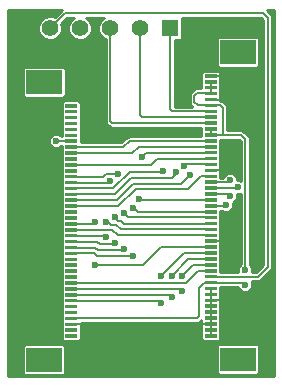
<source format=gtl>
G04 (created by PCBNEW (22-Jun-2014 BZR 4027)-stable) date Thu 28 Jun 2018 06:00:14 PM CST*
%MOIN*%
G04 Gerber Fmt 3.4, Leading zero omitted, Abs format*
%FSLAX34Y34*%
G01*
G70*
G90*
G04 APERTURE LIST*
%ADD10C,0.00590551*%
%ADD11R,0.055X0.055*%
%ADD12C,0.055*%
%ADD13C,0.023622*%
%ADD14C,0.00708661*%
%ADD15C,0.01*%
G04 APERTURE END LIST*
G54D10*
G54D11*
X124300Y-94200D03*
G54D12*
X123300Y-94200D03*
X122300Y-94200D03*
X121300Y-94200D03*
X120300Y-94200D03*
G54D10*
G36*
X125846Y-104509D02*
X125453Y-104509D01*
X125453Y-104390D01*
X125846Y-104390D01*
X125846Y-104509D01*
X125846Y-104509D01*
G37*
G36*
X125846Y-104312D02*
X125453Y-104312D01*
X125453Y-104194D01*
X125846Y-104194D01*
X125846Y-104312D01*
X125846Y-104312D01*
G37*
G36*
X125846Y-104115D02*
X125453Y-104115D01*
X125453Y-103997D01*
X125846Y-103997D01*
X125846Y-104115D01*
X125846Y-104115D01*
G37*
G36*
X125846Y-103918D02*
X125453Y-103918D01*
X125453Y-103800D01*
X125846Y-103800D01*
X125846Y-103918D01*
X125846Y-103918D01*
G37*
G36*
X125846Y-103721D02*
X125453Y-103721D01*
X125453Y-103603D01*
X125846Y-103603D01*
X125846Y-103721D01*
X125846Y-103721D01*
G37*
G36*
X125846Y-103524D02*
X125453Y-103524D01*
X125453Y-103406D01*
X125846Y-103406D01*
X125846Y-103524D01*
X125846Y-103524D01*
G37*
G36*
X125846Y-103327D02*
X125453Y-103327D01*
X125453Y-103209D01*
X125846Y-103209D01*
X125846Y-103327D01*
X125846Y-103327D01*
G37*
G36*
X125846Y-103131D02*
X125453Y-103131D01*
X125453Y-103012D01*
X125846Y-103012D01*
X125846Y-103131D01*
X125846Y-103131D01*
G37*
G36*
X125846Y-102934D02*
X125453Y-102934D01*
X125453Y-102816D01*
X125846Y-102816D01*
X125846Y-102934D01*
X125846Y-102934D01*
G37*
G36*
X125846Y-102737D02*
X125453Y-102737D01*
X125453Y-102619D01*
X125846Y-102619D01*
X125846Y-102737D01*
X125846Y-102737D01*
G37*
G36*
X125846Y-102540D02*
X125453Y-102540D01*
X125453Y-102422D01*
X125846Y-102422D01*
X125846Y-102540D01*
X125846Y-102540D01*
G37*
G36*
X125846Y-102343D02*
X125453Y-102343D01*
X125453Y-102225D01*
X125846Y-102225D01*
X125846Y-102343D01*
X125846Y-102343D01*
G37*
G36*
X125846Y-102146D02*
X125453Y-102146D01*
X125453Y-102028D01*
X125846Y-102028D01*
X125846Y-102146D01*
X125846Y-102146D01*
G37*
G36*
X125846Y-101950D02*
X125453Y-101950D01*
X125453Y-101831D01*
X125846Y-101831D01*
X125846Y-101950D01*
X125846Y-101950D01*
G37*
G36*
X125846Y-101753D02*
X125453Y-101753D01*
X125453Y-101635D01*
X125846Y-101635D01*
X125846Y-101753D01*
X125846Y-101753D01*
G37*
G36*
X125846Y-101556D02*
X125453Y-101556D01*
X125453Y-101438D01*
X125846Y-101438D01*
X125846Y-101556D01*
X125846Y-101556D01*
G37*
G36*
X125846Y-101359D02*
X125453Y-101359D01*
X125453Y-101241D01*
X125846Y-101241D01*
X125846Y-101359D01*
X125846Y-101359D01*
G37*
G36*
X125846Y-101162D02*
X125453Y-101162D01*
X125453Y-101044D01*
X125846Y-101044D01*
X125846Y-101162D01*
X125846Y-101162D01*
G37*
G36*
X125846Y-100965D02*
X125453Y-100965D01*
X125453Y-100847D01*
X125846Y-100847D01*
X125846Y-100965D01*
X125846Y-100965D01*
G37*
G36*
X125846Y-100768D02*
X125453Y-100768D01*
X125453Y-100650D01*
X125846Y-100650D01*
X125846Y-100768D01*
X125846Y-100768D01*
G37*
G36*
X125846Y-100572D02*
X125453Y-100572D01*
X125453Y-100453D01*
X125846Y-100453D01*
X125846Y-100572D01*
X125846Y-100572D01*
G37*
G36*
X125846Y-100375D02*
X125453Y-100375D01*
X125453Y-100257D01*
X125846Y-100257D01*
X125846Y-100375D01*
X125846Y-100375D01*
G37*
G36*
X125846Y-100178D02*
X125453Y-100178D01*
X125453Y-100060D01*
X125846Y-100060D01*
X125846Y-100178D01*
X125846Y-100178D01*
G37*
G36*
X125846Y-99981D02*
X125453Y-99981D01*
X125453Y-99863D01*
X125846Y-99863D01*
X125846Y-99981D01*
X125846Y-99981D01*
G37*
G36*
X125846Y-99784D02*
X125453Y-99784D01*
X125453Y-99666D01*
X125846Y-99666D01*
X125846Y-99784D01*
X125846Y-99784D01*
G37*
G36*
X125846Y-99587D02*
X125453Y-99587D01*
X125453Y-99469D01*
X125846Y-99469D01*
X125846Y-99587D01*
X125846Y-99587D01*
G37*
G36*
X125846Y-99390D02*
X125453Y-99390D01*
X125453Y-99272D01*
X125846Y-99272D01*
X125846Y-99390D01*
X125846Y-99390D01*
G37*
G36*
X125846Y-99194D02*
X125453Y-99194D01*
X125453Y-99075D01*
X125846Y-99075D01*
X125846Y-99194D01*
X125846Y-99194D01*
G37*
G36*
X125846Y-98997D02*
X125453Y-98997D01*
X125453Y-98879D01*
X125846Y-98879D01*
X125846Y-98997D01*
X125846Y-98997D01*
G37*
G36*
X125846Y-98800D02*
X125453Y-98800D01*
X125453Y-98682D01*
X125846Y-98682D01*
X125846Y-98800D01*
X125846Y-98800D01*
G37*
G36*
X125846Y-98603D02*
X125453Y-98603D01*
X125453Y-98485D01*
X125846Y-98485D01*
X125846Y-98603D01*
X125846Y-98603D01*
G37*
G36*
X125846Y-98406D02*
X125453Y-98406D01*
X125453Y-98288D01*
X125846Y-98288D01*
X125846Y-98406D01*
X125846Y-98406D01*
G37*
G36*
X125846Y-98209D02*
X125453Y-98209D01*
X125453Y-98091D01*
X125846Y-98091D01*
X125846Y-98209D01*
X125846Y-98209D01*
G37*
G36*
X125846Y-98012D02*
X125453Y-98012D01*
X125453Y-97894D01*
X125846Y-97894D01*
X125846Y-98012D01*
X125846Y-98012D01*
G37*
G36*
X125846Y-97816D02*
X125453Y-97816D01*
X125453Y-97698D01*
X125846Y-97698D01*
X125846Y-97816D01*
X125846Y-97816D01*
G37*
G36*
X125846Y-97619D02*
X125453Y-97619D01*
X125453Y-97501D01*
X125846Y-97501D01*
X125846Y-97619D01*
X125846Y-97619D01*
G37*
G36*
X125846Y-97422D02*
X125453Y-97422D01*
X125453Y-97304D01*
X125846Y-97304D01*
X125846Y-97422D01*
X125846Y-97422D01*
G37*
G36*
X125846Y-97225D02*
X125453Y-97225D01*
X125453Y-97107D01*
X125846Y-97107D01*
X125846Y-97225D01*
X125846Y-97225D01*
G37*
G36*
X125846Y-97028D02*
X125453Y-97028D01*
X125453Y-96910D01*
X125846Y-96910D01*
X125846Y-97028D01*
X125846Y-97028D01*
G37*
G36*
X125846Y-96831D02*
X125453Y-96831D01*
X125453Y-96713D01*
X125846Y-96713D01*
X125846Y-96831D01*
X125846Y-96831D01*
G37*
G36*
X125846Y-96635D02*
X125453Y-96635D01*
X125453Y-96516D01*
X125846Y-96516D01*
X125846Y-96635D01*
X125846Y-96635D01*
G37*
G36*
X125846Y-96438D02*
X125453Y-96438D01*
X125453Y-96320D01*
X125846Y-96320D01*
X125846Y-96438D01*
X125846Y-96438D01*
G37*
G36*
X125846Y-96241D02*
X125453Y-96241D01*
X125453Y-96123D01*
X125846Y-96123D01*
X125846Y-96241D01*
X125846Y-96241D01*
G37*
G36*
X125846Y-96044D02*
X125453Y-96044D01*
X125453Y-95926D01*
X125846Y-95926D01*
X125846Y-96044D01*
X125846Y-96044D01*
G37*
G36*
X125846Y-95847D02*
X125453Y-95847D01*
X125453Y-95729D01*
X125846Y-95729D01*
X125846Y-95847D01*
X125846Y-95847D01*
G37*
G36*
X127146Y-105631D02*
X125964Y-105631D01*
X125964Y-104843D01*
X127146Y-104843D01*
X127146Y-105631D01*
X127146Y-105631D01*
G37*
G36*
X127146Y-95394D02*
X125964Y-95394D01*
X125964Y-94607D01*
X127146Y-94607D01*
X127146Y-95394D01*
X127146Y-95394D01*
G37*
G36*
X120803Y-96725D02*
X121196Y-96725D01*
X121196Y-96843D01*
X120803Y-96843D01*
X120803Y-96725D01*
X120803Y-96725D01*
G37*
G36*
X120803Y-96922D02*
X121196Y-96922D01*
X121196Y-97040D01*
X120803Y-97040D01*
X120803Y-96922D01*
X120803Y-96922D01*
G37*
G36*
X120803Y-97118D02*
X121196Y-97118D01*
X121196Y-97237D01*
X120803Y-97237D01*
X120803Y-97118D01*
X120803Y-97118D01*
G37*
G36*
X120803Y-97315D02*
X121196Y-97315D01*
X121196Y-97433D01*
X120803Y-97433D01*
X120803Y-97315D01*
X120803Y-97315D01*
G37*
G36*
X120803Y-97512D02*
X121196Y-97512D01*
X121196Y-97630D01*
X120803Y-97630D01*
X120803Y-97512D01*
X120803Y-97512D01*
G37*
G36*
X120803Y-97709D02*
X121196Y-97709D01*
X121196Y-97827D01*
X120803Y-97827D01*
X120803Y-97709D01*
X120803Y-97709D01*
G37*
G36*
X120803Y-97906D02*
X121196Y-97906D01*
X121196Y-98024D01*
X120803Y-98024D01*
X120803Y-97906D01*
X120803Y-97906D01*
G37*
G36*
X120803Y-98103D02*
X121196Y-98103D01*
X121196Y-98221D01*
X120803Y-98221D01*
X120803Y-98103D01*
X120803Y-98103D01*
G37*
G36*
X120803Y-98300D02*
X121196Y-98300D01*
X121196Y-98418D01*
X120803Y-98418D01*
X120803Y-98300D01*
X120803Y-98300D01*
G37*
G36*
X120803Y-98496D02*
X121196Y-98496D01*
X121196Y-98614D01*
X120803Y-98614D01*
X120803Y-98496D01*
X120803Y-98496D01*
G37*
G36*
X120803Y-98693D02*
X121196Y-98693D01*
X121196Y-98811D01*
X120803Y-98811D01*
X120803Y-98693D01*
X120803Y-98693D01*
G37*
G36*
X120803Y-98890D02*
X121196Y-98890D01*
X121196Y-99008D01*
X120803Y-99008D01*
X120803Y-98890D01*
X120803Y-98890D01*
G37*
G36*
X120803Y-99087D02*
X121196Y-99087D01*
X121196Y-99205D01*
X120803Y-99205D01*
X120803Y-99087D01*
X120803Y-99087D01*
G37*
G36*
X120803Y-99284D02*
X121196Y-99284D01*
X121196Y-99402D01*
X120803Y-99402D01*
X120803Y-99284D01*
X120803Y-99284D01*
G37*
G36*
X120803Y-99481D02*
X121196Y-99481D01*
X121196Y-99599D01*
X120803Y-99599D01*
X120803Y-99481D01*
X120803Y-99481D01*
G37*
G36*
X120803Y-99677D02*
X121196Y-99677D01*
X121196Y-99796D01*
X120803Y-99796D01*
X120803Y-99677D01*
X120803Y-99677D01*
G37*
G36*
X120803Y-99874D02*
X121196Y-99874D01*
X121196Y-99992D01*
X120803Y-99992D01*
X120803Y-99874D01*
X120803Y-99874D01*
G37*
G36*
X120803Y-100071D02*
X121196Y-100071D01*
X121196Y-100189D01*
X120803Y-100189D01*
X120803Y-100071D01*
X120803Y-100071D01*
G37*
G36*
X120803Y-100268D02*
X121196Y-100268D01*
X121196Y-100386D01*
X120803Y-100386D01*
X120803Y-100268D01*
X120803Y-100268D01*
G37*
G36*
X120803Y-100465D02*
X121196Y-100465D01*
X121196Y-100583D01*
X120803Y-100583D01*
X120803Y-100465D01*
X120803Y-100465D01*
G37*
G36*
X120803Y-100662D02*
X121196Y-100662D01*
X121196Y-100780D01*
X120803Y-100780D01*
X120803Y-100662D01*
X120803Y-100662D01*
G37*
G36*
X120803Y-100859D02*
X121196Y-100859D01*
X121196Y-100977D01*
X120803Y-100977D01*
X120803Y-100859D01*
X120803Y-100859D01*
G37*
G36*
X120803Y-101055D02*
X121196Y-101055D01*
X121196Y-101174D01*
X120803Y-101174D01*
X120803Y-101055D01*
X120803Y-101055D01*
G37*
G36*
X120803Y-101252D02*
X121196Y-101252D01*
X121196Y-101370D01*
X120803Y-101370D01*
X120803Y-101252D01*
X120803Y-101252D01*
G37*
G36*
X120803Y-101449D02*
X121196Y-101449D01*
X121196Y-101567D01*
X120803Y-101567D01*
X120803Y-101449D01*
X120803Y-101449D01*
G37*
G36*
X120803Y-101646D02*
X121196Y-101646D01*
X121196Y-101764D01*
X120803Y-101764D01*
X120803Y-101646D01*
X120803Y-101646D01*
G37*
G36*
X120803Y-101843D02*
X121196Y-101843D01*
X121196Y-101961D01*
X120803Y-101961D01*
X120803Y-101843D01*
X120803Y-101843D01*
G37*
G36*
X120803Y-102040D02*
X121196Y-102040D01*
X121196Y-102158D01*
X120803Y-102158D01*
X120803Y-102040D01*
X120803Y-102040D01*
G37*
G36*
X120803Y-102237D02*
X121196Y-102237D01*
X121196Y-102355D01*
X120803Y-102355D01*
X120803Y-102237D01*
X120803Y-102237D01*
G37*
G36*
X120803Y-102433D02*
X121196Y-102433D01*
X121196Y-102551D01*
X120803Y-102551D01*
X120803Y-102433D01*
X120803Y-102433D01*
G37*
G36*
X120803Y-102630D02*
X121196Y-102630D01*
X121196Y-102748D01*
X120803Y-102748D01*
X120803Y-102630D01*
X120803Y-102630D01*
G37*
G36*
X120803Y-102827D02*
X121196Y-102827D01*
X121196Y-102945D01*
X120803Y-102945D01*
X120803Y-102827D01*
X120803Y-102827D01*
G37*
G36*
X120803Y-103024D02*
X121196Y-103024D01*
X121196Y-103142D01*
X120803Y-103142D01*
X120803Y-103024D01*
X120803Y-103024D01*
G37*
G36*
X120803Y-103221D02*
X121196Y-103221D01*
X121196Y-103339D01*
X120803Y-103339D01*
X120803Y-103221D01*
X120803Y-103221D01*
G37*
G36*
X120803Y-103418D02*
X121196Y-103418D01*
X121196Y-103536D01*
X120803Y-103536D01*
X120803Y-103418D01*
X120803Y-103418D01*
G37*
G36*
X120803Y-103614D02*
X121196Y-103614D01*
X121196Y-103733D01*
X120803Y-103733D01*
X120803Y-103614D01*
X120803Y-103614D01*
G37*
G36*
X120803Y-103811D02*
X121196Y-103811D01*
X121196Y-103929D01*
X120803Y-103929D01*
X120803Y-103811D01*
X120803Y-103811D01*
G37*
G36*
X120803Y-104008D02*
X121196Y-104008D01*
X121196Y-104126D01*
X120803Y-104126D01*
X120803Y-104008D01*
X120803Y-104008D01*
G37*
G36*
X120803Y-104205D02*
X121196Y-104205D01*
X121196Y-104323D01*
X120803Y-104323D01*
X120803Y-104205D01*
X120803Y-104205D01*
G37*
G36*
X120803Y-104402D02*
X121196Y-104402D01*
X121196Y-104520D01*
X120803Y-104520D01*
X120803Y-104402D01*
X120803Y-104402D01*
G37*
G36*
X119509Y-95606D02*
X120690Y-95606D01*
X120690Y-96393D01*
X119509Y-96393D01*
X119509Y-95606D01*
X119509Y-95606D01*
G37*
G36*
X119503Y-104855D02*
X120685Y-104855D01*
X120685Y-105642D01*
X119503Y-105642D01*
X119503Y-104855D01*
X119503Y-104855D01*
G37*
G54D13*
X126300Y-99250D03*
X124950Y-99100D03*
X121800Y-102100D03*
X121800Y-100650D03*
X124000Y-103350D03*
X124000Y-102450D03*
X124350Y-103150D03*
X124350Y-102450D03*
X124700Y-102950D03*
X124700Y-102450D03*
X126550Y-99500D03*
X124500Y-99000D03*
X126300Y-99800D03*
X124050Y-98950D03*
X122300Y-99300D03*
X123250Y-99900D03*
X126150Y-100100D03*
X122550Y-99050D03*
X123050Y-100200D03*
X123050Y-101800D03*
X122750Y-100350D03*
X122750Y-101550D03*
X122450Y-100500D03*
X122450Y-101350D03*
X122150Y-101150D03*
X122150Y-100650D03*
X120500Y-97950D03*
X123350Y-98500D03*
X127150Y-101300D03*
X126550Y-101300D03*
X127150Y-98950D03*
X126500Y-98950D03*
X127150Y-102800D03*
X127150Y-102200D03*
X124750Y-98800D03*
X126800Y-102750D03*
X126800Y-102250D03*
G54D14*
X123716Y-97166D02*
X123366Y-97166D01*
X123300Y-94200D02*
X123300Y-96750D01*
X123716Y-97166D02*
X125650Y-97166D01*
X123300Y-97100D02*
X123300Y-96750D01*
X123366Y-97166D02*
X123300Y-97100D01*
X123150Y-99550D02*
X124900Y-99550D01*
X124900Y-99550D02*
X125314Y-99135D01*
X121000Y-100130D02*
X122569Y-100130D01*
X125314Y-99135D02*
X125650Y-99135D01*
X122569Y-100130D02*
X123150Y-99550D01*
X124600Y-99400D02*
X124650Y-99400D01*
X122516Y-99933D02*
X123050Y-99400D01*
X121000Y-99933D02*
X122516Y-99933D01*
X124600Y-99400D02*
X123050Y-99400D01*
X126218Y-99331D02*
X125650Y-99331D01*
X126300Y-99250D02*
X126218Y-99331D01*
X124650Y-99400D02*
X124950Y-99100D01*
X122350Y-100918D02*
X122368Y-100918D01*
X122553Y-101103D02*
X125650Y-101103D01*
X122368Y-100918D02*
X122553Y-101103D01*
X121000Y-100918D02*
X122350Y-100918D01*
X121000Y-100721D02*
X121728Y-100721D01*
X124002Y-101497D02*
X125650Y-101497D01*
X123400Y-102100D02*
X124002Y-101497D01*
X121800Y-102100D02*
X123400Y-102100D01*
X121728Y-100721D02*
X121800Y-100650D01*
X125650Y-101694D02*
X124755Y-101694D01*
X123930Y-103280D02*
X121000Y-103280D01*
X124000Y-103350D02*
X123930Y-103280D01*
X124755Y-101694D02*
X124000Y-102450D01*
X125650Y-101890D02*
X124909Y-101890D01*
X124283Y-103083D02*
X121000Y-103083D01*
X124350Y-103150D02*
X124283Y-103083D01*
X124909Y-101890D02*
X124350Y-102450D01*
X125650Y-102087D02*
X125062Y-102087D01*
X124636Y-102886D02*
X121000Y-102886D01*
X124700Y-102950D02*
X124636Y-102886D01*
X125062Y-102087D02*
X124700Y-102450D01*
X125650Y-102284D02*
X125215Y-102284D01*
X124810Y-102689D02*
X121000Y-102689D01*
X125215Y-102284D02*
X124810Y-102689D01*
X124500Y-99000D02*
X124500Y-99050D01*
X124500Y-99050D02*
X124350Y-99200D01*
X126521Y-99528D02*
X125650Y-99528D01*
X126550Y-99500D02*
X126521Y-99528D01*
X124550Y-99050D02*
X124500Y-99000D01*
X124350Y-99200D02*
X123000Y-99200D01*
X122462Y-99737D02*
X123000Y-99200D01*
X121000Y-99737D02*
X122462Y-99737D01*
X124000Y-99000D02*
X124050Y-98950D01*
X126225Y-99725D02*
X125650Y-99725D01*
X126300Y-99800D02*
X126225Y-99725D01*
X124000Y-99000D02*
X122950Y-99000D01*
X121000Y-99540D02*
X122409Y-99540D01*
X122409Y-99540D02*
X122950Y-99000D01*
X123450Y-99922D02*
X123272Y-99922D01*
X122300Y-99300D02*
X122256Y-99343D01*
X123272Y-99922D02*
X123250Y-99900D01*
X122256Y-99343D02*
X121000Y-99343D01*
X121000Y-99343D02*
X122256Y-99343D01*
X123422Y-99922D02*
X123450Y-99922D01*
X123450Y-99922D02*
X125650Y-99922D01*
X121000Y-99146D02*
X122053Y-99146D01*
X126130Y-100119D02*
X125650Y-100119D01*
X126150Y-100100D02*
X126130Y-100119D01*
X122150Y-99050D02*
X122550Y-99050D01*
X122053Y-99146D02*
X122150Y-99050D01*
X123050Y-100200D02*
X123100Y-100200D01*
X123050Y-101800D02*
X121850Y-101800D01*
X121850Y-101800D02*
X121750Y-101700D01*
X121750Y-101700D02*
X121005Y-101700D01*
X121000Y-101705D02*
X121005Y-101700D01*
X123216Y-100316D02*
X125650Y-100316D01*
X123100Y-100200D02*
X123216Y-100316D01*
X122750Y-100350D02*
X122900Y-100500D01*
X122750Y-101550D02*
X122700Y-101600D01*
X122700Y-101600D02*
X121900Y-101600D01*
X121900Y-101600D02*
X121808Y-101508D01*
X121000Y-101508D02*
X121808Y-101508D01*
X125637Y-100500D02*
X125650Y-100512D01*
X122900Y-100500D02*
X125637Y-100500D01*
X122558Y-100608D02*
X122658Y-100608D01*
X122558Y-100608D02*
X122450Y-100500D01*
X122450Y-101350D02*
X122400Y-101400D01*
X122400Y-101400D02*
X121950Y-101400D01*
X121950Y-101400D02*
X121861Y-101311D01*
X121000Y-101311D02*
X121861Y-101311D01*
X122759Y-100709D02*
X125650Y-100709D01*
X122658Y-100608D02*
X122759Y-100709D01*
X122150Y-100650D02*
X122223Y-100650D01*
X121000Y-101114D02*
X122114Y-101114D01*
X122150Y-101150D02*
X122114Y-101114D01*
X122656Y-100906D02*
X125650Y-100906D01*
X122500Y-100750D02*
X122656Y-100906D01*
X122323Y-100750D02*
X122500Y-100750D01*
X122223Y-100650D02*
X122323Y-100750D01*
X125650Y-98347D02*
X123502Y-98347D01*
X120515Y-97965D02*
X121000Y-97965D01*
X120500Y-97950D02*
X120515Y-97965D01*
X123502Y-98347D02*
X123350Y-98500D01*
X126150Y-96575D02*
X126150Y-96450D01*
X126038Y-95788D02*
X126150Y-95900D01*
X126150Y-95900D02*
X126150Y-96450D01*
X126038Y-95788D02*
X125650Y-95788D01*
X126150Y-96575D02*
X126150Y-96550D01*
X126150Y-96550D02*
X126150Y-96575D01*
X125650Y-101300D02*
X126549Y-101300D01*
X126549Y-101300D02*
X126550Y-101300D01*
X125650Y-98938D02*
X126488Y-98938D01*
X126488Y-98938D02*
X126500Y-98950D01*
X126000Y-96575D02*
X126150Y-96575D01*
X126150Y-96575D02*
X127025Y-96575D01*
X126681Y-103268D02*
X125650Y-103268D01*
X127150Y-102800D02*
X126681Y-103268D01*
X127150Y-96700D02*
X127150Y-98950D01*
X127150Y-98950D02*
X127150Y-101300D01*
X127150Y-101300D02*
X127150Y-102200D01*
X127025Y-96575D02*
X127150Y-96700D01*
X126024Y-96575D02*
X126000Y-96575D01*
X126000Y-96575D02*
X125650Y-96575D01*
X121000Y-104067D02*
X125638Y-104067D01*
X125638Y-104067D02*
X125650Y-104056D01*
X125650Y-102875D02*
X125650Y-103072D01*
X125650Y-103072D02*
X125650Y-103268D01*
X125650Y-103268D02*
X125650Y-103465D01*
X125650Y-103465D02*
X125650Y-103662D01*
X125650Y-103662D02*
X125650Y-103859D01*
X125650Y-103859D02*
X125650Y-104056D01*
X125650Y-104056D02*
X125650Y-104253D01*
X125650Y-104253D02*
X125650Y-104450D01*
X121000Y-98359D02*
X123040Y-98359D01*
X123249Y-98150D02*
X125650Y-98150D01*
X123040Y-98359D02*
X123249Y-98150D01*
X121000Y-98752D02*
X123647Y-98752D01*
X123855Y-98544D02*
X125650Y-98544D01*
X123647Y-98752D02*
X123855Y-98544D01*
X124519Y-96969D02*
X124369Y-96969D01*
X124300Y-94200D02*
X124300Y-96750D01*
X124519Y-96969D02*
X125650Y-96969D01*
X124300Y-96900D02*
X124300Y-96750D01*
X124369Y-96969D02*
X124300Y-96900D01*
X122463Y-97363D02*
X122363Y-97363D01*
X122300Y-94200D02*
X122300Y-97200D01*
X122463Y-97363D02*
X125650Y-97363D01*
X122300Y-97300D02*
X122300Y-97200D01*
X122363Y-97363D02*
X122300Y-97300D01*
X125650Y-98741D02*
X124808Y-98741D01*
X124808Y-98741D02*
X124750Y-98800D01*
X125650Y-102481D02*
X127218Y-102481D01*
X120800Y-93700D02*
X120300Y-94200D01*
X127400Y-93700D02*
X120800Y-93700D01*
X127550Y-93850D02*
X127400Y-93700D01*
X127550Y-102150D02*
X127550Y-93850D01*
X127218Y-102481D02*
X127550Y-102150D01*
X126050Y-97757D02*
X126050Y-97650D01*
X125972Y-96772D02*
X126050Y-96850D01*
X126050Y-96850D02*
X126050Y-97650D01*
X125972Y-96772D02*
X125650Y-96772D01*
X126050Y-97757D02*
X126050Y-97750D01*
X126050Y-97750D02*
X126050Y-97757D01*
X125942Y-97757D02*
X126050Y-97757D01*
X126050Y-97757D02*
X126657Y-97757D01*
X126728Y-102678D02*
X125650Y-102678D01*
X126800Y-102750D02*
X126728Y-102678D01*
X126800Y-97900D02*
X126800Y-102250D01*
X126657Y-97757D02*
X126800Y-97900D01*
X125650Y-97560D02*
X125650Y-97757D01*
X125942Y-97757D02*
X125650Y-97757D01*
X125650Y-95985D02*
X125650Y-96182D01*
X125650Y-96182D02*
X125650Y-96379D01*
X125650Y-96379D02*
X125620Y-96350D01*
X125222Y-96772D02*
X125650Y-96772D01*
X125100Y-96650D02*
X125222Y-96772D01*
X125100Y-96450D02*
X125100Y-96650D01*
X125200Y-96350D02*
X125100Y-96450D01*
X125620Y-96350D02*
X125200Y-96350D01*
X125650Y-102678D02*
X125421Y-102678D01*
X125421Y-102678D02*
X125250Y-102850D01*
X125250Y-102850D02*
X125250Y-103800D01*
X125250Y-103800D02*
X125179Y-103870D01*
X125179Y-103870D02*
X121000Y-103870D01*
X121000Y-98162D02*
X122737Y-98162D01*
X122946Y-97953D02*
X125650Y-97953D01*
X122737Y-98162D02*
X122946Y-97953D01*
G54D10*
G36*
X126643Y-99280D02*
X126597Y-99261D01*
X126538Y-99261D01*
X126539Y-99202D01*
X126502Y-99114D01*
X126435Y-99047D01*
X126347Y-99011D01*
X126252Y-99010D01*
X126164Y-99047D01*
X126097Y-99114D01*
X126072Y-99175D01*
X125967Y-99175D01*
X125967Y-99170D01*
X125967Y-99052D01*
X125961Y-99036D01*
X125967Y-99021D01*
X125967Y-98973D01*
X125967Y-98855D01*
X125961Y-98839D01*
X125967Y-98824D01*
X125967Y-98776D01*
X125967Y-98658D01*
X125961Y-98642D01*
X125967Y-98627D01*
X125967Y-98579D01*
X125967Y-98461D01*
X125961Y-98446D01*
X125967Y-98430D01*
X125967Y-98382D01*
X125967Y-98264D01*
X125961Y-98249D01*
X125967Y-98233D01*
X125967Y-98185D01*
X125967Y-98067D01*
X125961Y-98052D01*
X125967Y-98037D01*
X125967Y-97989D01*
X125967Y-97913D01*
X126050Y-97913D01*
X126592Y-97913D01*
X126643Y-97964D01*
X126643Y-99280D01*
X126643Y-99280D01*
G37*
G54D15*
X126643Y-99280D02*
X126597Y-99261D01*
X126538Y-99261D01*
X126539Y-99202D01*
X126502Y-99114D01*
X126435Y-99047D01*
X126347Y-99011D01*
X126252Y-99010D01*
X126164Y-99047D01*
X126097Y-99114D01*
X126072Y-99175D01*
X125967Y-99175D01*
X125967Y-99170D01*
X125967Y-99052D01*
X125961Y-99036D01*
X125967Y-99021D01*
X125967Y-98973D01*
X125967Y-98855D01*
X125961Y-98839D01*
X125967Y-98824D01*
X125967Y-98776D01*
X125967Y-98658D01*
X125961Y-98642D01*
X125967Y-98627D01*
X125967Y-98579D01*
X125967Y-98461D01*
X125961Y-98446D01*
X125967Y-98430D01*
X125967Y-98382D01*
X125967Y-98264D01*
X125961Y-98249D01*
X125967Y-98233D01*
X125967Y-98185D01*
X125967Y-98067D01*
X125961Y-98052D01*
X125967Y-98037D01*
X125967Y-97989D01*
X125967Y-97913D01*
X126050Y-97913D01*
X126592Y-97913D01*
X126643Y-97964D01*
X126643Y-99280D01*
G54D10*
G36*
X126643Y-102068D02*
X126597Y-102114D01*
X126561Y-102202D01*
X126560Y-102297D01*
X126572Y-102325D01*
X125967Y-102325D01*
X125967Y-102319D01*
X125967Y-102201D01*
X125961Y-102186D01*
X125967Y-102170D01*
X125967Y-102122D01*
X125967Y-102004D01*
X125961Y-101989D01*
X125967Y-101974D01*
X125967Y-101926D01*
X125967Y-101807D01*
X125961Y-101792D01*
X125967Y-101777D01*
X125967Y-101729D01*
X125967Y-101611D01*
X125961Y-101595D01*
X125967Y-101580D01*
X125967Y-101532D01*
X125967Y-101414D01*
X125961Y-101398D01*
X125967Y-101383D01*
X125967Y-101335D01*
X125967Y-101217D01*
X125961Y-101201D01*
X125967Y-101186D01*
X125967Y-101138D01*
X125967Y-101020D01*
X125961Y-101005D01*
X125967Y-100989D01*
X125967Y-100941D01*
X125967Y-100823D01*
X125961Y-100808D01*
X125967Y-100793D01*
X125967Y-100744D01*
X125967Y-100626D01*
X125961Y-100611D01*
X125967Y-100596D01*
X125967Y-100548D01*
X125967Y-100430D01*
X125961Y-100414D01*
X125967Y-100399D01*
X125967Y-100351D01*
X125967Y-100275D01*
X125987Y-100275D01*
X126014Y-100302D01*
X126102Y-100338D01*
X126197Y-100339D01*
X126285Y-100302D01*
X126352Y-100235D01*
X126388Y-100147D01*
X126389Y-100052D01*
X126378Y-100026D01*
X126435Y-100002D01*
X126502Y-99935D01*
X126538Y-99847D01*
X126539Y-99752D01*
X126533Y-99738D01*
X126597Y-99739D01*
X126643Y-99719D01*
X126643Y-102068D01*
X126643Y-102068D01*
G37*
G54D15*
X126643Y-102068D02*
X126597Y-102114D01*
X126561Y-102202D01*
X126560Y-102297D01*
X126572Y-102325D01*
X125967Y-102325D01*
X125967Y-102319D01*
X125967Y-102201D01*
X125961Y-102186D01*
X125967Y-102170D01*
X125967Y-102122D01*
X125967Y-102004D01*
X125961Y-101989D01*
X125967Y-101974D01*
X125967Y-101926D01*
X125967Y-101807D01*
X125961Y-101792D01*
X125967Y-101777D01*
X125967Y-101729D01*
X125967Y-101611D01*
X125961Y-101595D01*
X125967Y-101580D01*
X125967Y-101532D01*
X125967Y-101414D01*
X125961Y-101398D01*
X125967Y-101383D01*
X125967Y-101335D01*
X125967Y-101217D01*
X125961Y-101201D01*
X125967Y-101186D01*
X125967Y-101138D01*
X125967Y-101020D01*
X125961Y-101005D01*
X125967Y-100989D01*
X125967Y-100941D01*
X125967Y-100823D01*
X125961Y-100808D01*
X125967Y-100793D01*
X125967Y-100744D01*
X125967Y-100626D01*
X125961Y-100611D01*
X125967Y-100596D01*
X125967Y-100548D01*
X125967Y-100430D01*
X125961Y-100414D01*
X125967Y-100399D01*
X125967Y-100351D01*
X125967Y-100275D01*
X125987Y-100275D01*
X126014Y-100302D01*
X126102Y-100338D01*
X126197Y-100339D01*
X126285Y-100302D01*
X126352Y-100235D01*
X126388Y-100147D01*
X126389Y-100052D01*
X126378Y-100026D01*
X126435Y-100002D01*
X126502Y-99935D01*
X126538Y-99847D01*
X126539Y-99752D01*
X126533Y-99738D01*
X126597Y-99739D01*
X126643Y-99719D01*
X126643Y-102068D01*
G54D10*
G36*
X127393Y-102085D02*
X127266Y-102212D01*
X127266Y-95370D01*
X127266Y-94583D01*
X127248Y-94539D01*
X127214Y-94505D01*
X127170Y-94486D01*
X127122Y-94486D01*
X125941Y-94486D01*
X125896Y-94504D01*
X125862Y-94538D01*
X125844Y-94583D01*
X125844Y-94631D01*
X125844Y-95418D01*
X125862Y-95463D01*
X125896Y-95497D01*
X125940Y-95515D01*
X125988Y-95515D01*
X127169Y-95515D01*
X127214Y-95497D01*
X127248Y-95463D01*
X127266Y-95419D01*
X127266Y-95370D01*
X127266Y-102212D01*
X127153Y-102325D01*
X127027Y-102325D01*
X127038Y-102297D01*
X127039Y-102202D01*
X127002Y-102114D01*
X126956Y-102068D01*
X126956Y-97900D01*
X126944Y-97840D01*
X126944Y-97840D01*
X126933Y-97823D01*
X126910Y-97789D01*
X126910Y-97789D01*
X126767Y-97646D01*
X126716Y-97612D01*
X126657Y-97600D01*
X126206Y-97600D01*
X126206Y-96850D01*
X126206Y-96849D01*
X126194Y-96790D01*
X126194Y-96790D01*
X126183Y-96773D01*
X126160Y-96739D01*
X126160Y-96739D01*
X126083Y-96662D01*
X126032Y-96628D01*
X125972Y-96616D01*
X125967Y-96616D01*
X125967Y-96611D01*
X125967Y-96492D01*
X125961Y-96477D01*
X125967Y-96462D01*
X125967Y-96414D01*
X125967Y-96296D01*
X125961Y-96280D01*
X125967Y-96265D01*
X125967Y-96217D01*
X125967Y-96099D01*
X125961Y-96083D01*
X125967Y-96068D01*
X125967Y-96020D01*
X125967Y-95902D01*
X125961Y-95887D01*
X125967Y-95871D01*
X125967Y-95823D01*
X125967Y-95705D01*
X125949Y-95661D01*
X125915Y-95627D01*
X125870Y-95608D01*
X125822Y-95608D01*
X125429Y-95608D01*
X125384Y-95627D01*
X125350Y-95660D01*
X125332Y-95705D01*
X125332Y-95753D01*
X125332Y-95871D01*
X125338Y-95886D01*
X125332Y-95902D01*
X125332Y-95950D01*
X125332Y-96068D01*
X125338Y-96083D01*
X125332Y-96099D01*
X125332Y-96147D01*
X125332Y-96193D01*
X125200Y-96193D01*
X125150Y-96203D01*
X125140Y-96205D01*
X125089Y-96239D01*
X124989Y-96339D01*
X124955Y-96390D01*
X124943Y-96450D01*
X124943Y-96650D01*
X124955Y-96709D01*
X124989Y-96760D01*
X125042Y-96813D01*
X124519Y-96813D01*
X124456Y-96813D01*
X124456Y-96750D01*
X124456Y-94595D01*
X124598Y-94595D01*
X124643Y-94577D01*
X124677Y-94543D01*
X124695Y-94499D01*
X124695Y-94451D01*
X124695Y-93901D01*
X124677Y-93856D01*
X124677Y-93856D01*
X127335Y-93856D01*
X127393Y-93914D01*
X127393Y-102085D01*
X127393Y-102085D01*
G37*
G54D15*
X127393Y-102085D02*
X127266Y-102212D01*
X127266Y-95370D01*
X127266Y-94583D01*
X127248Y-94539D01*
X127214Y-94505D01*
X127170Y-94486D01*
X127122Y-94486D01*
X125941Y-94486D01*
X125896Y-94504D01*
X125862Y-94538D01*
X125844Y-94583D01*
X125844Y-94631D01*
X125844Y-95418D01*
X125862Y-95463D01*
X125896Y-95497D01*
X125940Y-95515D01*
X125988Y-95515D01*
X127169Y-95515D01*
X127214Y-95497D01*
X127248Y-95463D01*
X127266Y-95419D01*
X127266Y-95370D01*
X127266Y-102212D01*
X127153Y-102325D01*
X127027Y-102325D01*
X127038Y-102297D01*
X127039Y-102202D01*
X127002Y-102114D01*
X126956Y-102068D01*
X126956Y-97900D01*
X126944Y-97840D01*
X126944Y-97840D01*
X126933Y-97823D01*
X126910Y-97789D01*
X126910Y-97789D01*
X126767Y-97646D01*
X126716Y-97612D01*
X126657Y-97600D01*
X126206Y-97600D01*
X126206Y-96850D01*
X126206Y-96849D01*
X126194Y-96790D01*
X126194Y-96790D01*
X126183Y-96773D01*
X126160Y-96739D01*
X126160Y-96739D01*
X126083Y-96662D01*
X126032Y-96628D01*
X125972Y-96616D01*
X125967Y-96616D01*
X125967Y-96611D01*
X125967Y-96492D01*
X125961Y-96477D01*
X125967Y-96462D01*
X125967Y-96414D01*
X125967Y-96296D01*
X125961Y-96280D01*
X125967Y-96265D01*
X125967Y-96217D01*
X125967Y-96099D01*
X125961Y-96083D01*
X125967Y-96068D01*
X125967Y-96020D01*
X125967Y-95902D01*
X125961Y-95887D01*
X125967Y-95871D01*
X125967Y-95823D01*
X125967Y-95705D01*
X125949Y-95661D01*
X125915Y-95627D01*
X125870Y-95608D01*
X125822Y-95608D01*
X125429Y-95608D01*
X125384Y-95627D01*
X125350Y-95660D01*
X125332Y-95705D01*
X125332Y-95753D01*
X125332Y-95871D01*
X125338Y-95886D01*
X125332Y-95902D01*
X125332Y-95950D01*
X125332Y-96068D01*
X125338Y-96083D01*
X125332Y-96099D01*
X125332Y-96147D01*
X125332Y-96193D01*
X125200Y-96193D01*
X125150Y-96203D01*
X125140Y-96205D01*
X125089Y-96239D01*
X124989Y-96339D01*
X124955Y-96390D01*
X124943Y-96450D01*
X124943Y-96650D01*
X124955Y-96709D01*
X124989Y-96760D01*
X125042Y-96813D01*
X124519Y-96813D01*
X124456Y-96813D01*
X124456Y-96750D01*
X124456Y-94595D01*
X124598Y-94595D01*
X124643Y-94577D01*
X124677Y-94543D01*
X124695Y-94499D01*
X124695Y-94451D01*
X124695Y-93901D01*
X124677Y-93856D01*
X124677Y-93856D01*
X127335Y-93856D01*
X127393Y-93914D01*
X127393Y-102085D01*
G54D10*
G36*
X127750Y-105800D02*
X127266Y-105800D01*
X127266Y-105607D01*
X127266Y-104819D01*
X127248Y-104775D01*
X127214Y-104741D01*
X127170Y-104722D01*
X127122Y-104722D01*
X125941Y-104722D01*
X125896Y-104741D01*
X125862Y-104775D01*
X125844Y-104819D01*
X125844Y-104867D01*
X125844Y-105655D01*
X125862Y-105699D01*
X125896Y-105733D01*
X125940Y-105751D01*
X125988Y-105751D01*
X127169Y-105751D01*
X127214Y-105733D01*
X127248Y-105699D01*
X127266Y-105655D01*
X127266Y-105607D01*
X127266Y-105800D01*
X120805Y-105800D01*
X120805Y-105618D01*
X120805Y-104831D01*
X120787Y-104786D01*
X120753Y-104752D01*
X120709Y-104734D01*
X120661Y-104734D01*
X119480Y-104734D01*
X119435Y-104752D01*
X119401Y-104786D01*
X119383Y-104830D01*
X119383Y-104879D01*
X119383Y-105666D01*
X119401Y-105710D01*
X119435Y-105744D01*
X119479Y-105763D01*
X119527Y-105763D01*
X120708Y-105763D01*
X120753Y-105745D01*
X120787Y-105711D01*
X120805Y-105666D01*
X120805Y-105618D01*
X120805Y-105800D01*
X118900Y-105800D01*
X118900Y-93600D01*
X120678Y-93600D01*
X120446Y-93832D01*
X120379Y-93804D01*
X120221Y-93804D01*
X120076Y-93864D01*
X119964Y-93975D01*
X119904Y-94120D01*
X119904Y-94278D01*
X119964Y-94423D01*
X120075Y-94535D01*
X120220Y-94595D01*
X120378Y-94595D01*
X120523Y-94535D01*
X120635Y-94424D01*
X120695Y-94279D01*
X120695Y-94121D01*
X120667Y-94053D01*
X120864Y-93856D01*
X121095Y-93856D01*
X121076Y-93864D01*
X120964Y-93975D01*
X120904Y-94120D01*
X120904Y-94278D01*
X120964Y-94423D01*
X121075Y-94535D01*
X121220Y-94595D01*
X121378Y-94595D01*
X121523Y-94535D01*
X121635Y-94424D01*
X121695Y-94279D01*
X121695Y-94121D01*
X121635Y-93976D01*
X121524Y-93864D01*
X121504Y-93856D01*
X122095Y-93856D01*
X122076Y-93864D01*
X121964Y-93975D01*
X121904Y-94120D01*
X121904Y-94278D01*
X121964Y-94423D01*
X122075Y-94535D01*
X122143Y-94563D01*
X122143Y-97200D01*
X122143Y-97300D01*
X122155Y-97359D01*
X122189Y-97410D01*
X122252Y-97473D01*
X122252Y-97473D01*
X122303Y-97507D01*
X122303Y-97507D01*
X122313Y-97509D01*
X122363Y-97519D01*
X122463Y-97519D01*
X125332Y-97519D01*
X125332Y-97525D01*
X125332Y-97643D01*
X125338Y-97658D01*
X125332Y-97673D01*
X125332Y-97721D01*
X125332Y-97797D01*
X122946Y-97797D01*
X122886Y-97809D01*
X122869Y-97820D01*
X122835Y-97843D01*
X122673Y-98005D01*
X121317Y-98005D01*
X121317Y-98000D01*
X121317Y-97882D01*
X121311Y-97866D01*
X121317Y-97851D01*
X121317Y-97803D01*
X121317Y-97685D01*
X121311Y-97670D01*
X121317Y-97654D01*
X121317Y-97606D01*
X121317Y-97488D01*
X121311Y-97473D01*
X121317Y-97458D01*
X121317Y-97409D01*
X121317Y-97291D01*
X121311Y-97276D01*
X121317Y-97261D01*
X121317Y-97213D01*
X121317Y-97094D01*
X121311Y-97079D01*
X121317Y-97064D01*
X121317Y-97016D01*
X121317Y-96898D01*
X121311Y-96882D01*
X121317Y-96867D01*
X121317Y-96819D01*
X121317Y-96701D01*
X121299Y-96656D01*
X121265Y-96622D01*
X121220Y-96604D01*
X121172Y-96604D01*
X120811Y-96604D01*
X120811Y-96369D01*
X120811Y-95582D01*
X120793Y-95537D01*
X120759Y-95503D01*
X120714Y-95485D01*
X120666Y-95485D01*
X119485Y-95485D01*
X119441Y-95503D01*
X119407Y-95537D01*
X119388Y-95582D01*
X119388Y-95630D01*
X119388Y-96417D01*
X119406Y-96462D01*
X119440Y-96496D01*
X119485Y-96514D01*
X119533Y-96514D01*
X120714Y-96514D01*
X120758Y-96496D01*
X120792Y-96462D01*
X120811Y-96417D01*
X120811Y-96369D01*
X120811Y-96604D01*
X120779Y-96604D01*
X120734Y-96622D01*
X120700Y-96656D01*
X120682Y-96701D01*
X120682Y-96749D01*
X120682Y-96867D01*
X120688Y-96882D01*
X120682Y-96897D01*
X120682Y-96945D01*
X120682Y-97064D01*
X120688Y-97079D01*
X120682Y-97094D01*
X120682Y-97142D01*
X120682Y-97260D01*
X120688Y-97276D01*
X120682Y-97291D01*
X120682Y-97339D01*
X120682Y-97457D01*
X120688Y-97473D01*
X120682Y-97488D01*
X120682Y-97536D01*
X120682Y-97654D01*
X120688Y-97670D01*
X120682Y-97685D01*
X120682Y-97733D01*
X120682Y-97794D01*
X120635Y-97747D01*
X120547Y-97711D01*
X120452Y-97710D01*
X120364Y-97747D01*
X120297Y-97814D01*
X120261Y-97902D01*
X120260Y-97997D01*
X120297Y-98085D01*
X120364Y-98152D01*
X120452Y-98188D01*
X120547Y-98189D01*
X120635Y-98152D01*
X120666Y-98121D01*
X120682Y-98121D01*
X120682Y-98127D01*
X120682Y-98245D01*
X120688Y-98260D01*
X120682Y-98275D01*
X120682Y-98323D01*
X120682Y-98442D01*
X120688Y-98457D01*
X120682Y-98472D01*
X120682Y-98520D01*
X120682Y-98638D01*
X120688Y-98654D01*
X120682Y-98669D01*
X120682Y-98717D01*
X120682Y-98835D01*
X120688Y-98851D01*
X120682Y-98866D01*
X120682Y-98914D01*
X120682Y-99032D01*
X120688Y-99048D01*
X120682Y-99063D01*
X120682Y-99111D01*
X120682Y-99229D01*
X120688Y-99244D01*
X120682Y-99260D01*
X120682Y-99308D01*
X120682Y-99426D01*
X120688Y-99441D01*
X120682Y-99456D01*
X120682Y-99505D01*
X120682Y-99623D01*
X120688Y-99638D01*
X120682Y-99653D01*
X120682Y-99701D01*
X120682Y-99819D01*
X120688Y-99835D01*
X120682Y-99850D01*
X120682Y-99898D01*
X120682Y-100016D01*
X120688Y-100032D01*
X120682Y-100047D01*
X120682Y-100095D01*
X120682Y-100213D01*
X120688Y-100229D01*
X120682Y-100244D01*
X120682Y-100292D01*
X120682Y-100410D01*
X120688Y-100425D01*
X120682Y-100441D01*
X120682Y-100489D01*
X120682Y-100607D01*
X120688Y-100622D01*
X120682Y-100638D01*
X120682Y-100686D01*
X120682Y-100804D01*
X120688Y-100819D01*
X120682Y-100834D01*
X120682Y-100882D01*
X120682Y-101001D01*
X120688Y-101016D01*
X120682Y-101031D01*
X120682Y-101079D01*
X120682Y-101197D01*
X120688Y-101213D01*
X120682Y-101228D01*
X120682Y-101276D01*
X120682Y-101394D01*
X120688Y-101410D01*
X120682Y-101425D01*
X120682Y-101473D01*
X120682Y-101591D01*
X120688Y-101607D01*
X120682Y-101622D01*
X120682Y-101670D01*
X120682Y-101788D01*
X120688Y-101803D01*
X120682Y-101819D01*
X120682Y-101867D01*
X120682Y-101985D01*
X120688Y-102000D01*
X120682Y-102016D01*
X120682Y-102064D01*
X120682Y-102182D01*
X120688Y-102197D01*
X120682Y-102212D01*
X120682Y-102260D01*
X120682Y-102379D01*
X120688Y-102394D01*
X120682Y-102409D01*
X120682Y-102457D01*
X120682Y-102575D01*
X120688Y-102591D01*
X120682Y-102606D01*
X120682Y-102654D01*
X120682Y-102772D01*
X120688Y-102788D01*
X120682Y-102803D01*
X120682Y-102851D01*
X120682Y-102969D01*
X120688Y-102985D01*
X120682Y-103000D01*
X120682Y-103048D01*
X120682Y-103166D01*
X120688Y-103181D01*
X120682Y-103197D01*
X120682Y-103245D01*
X120682Y-103363D01*
X120688Y-103378D01*
X120682Y-103393D01*
X120682Y-103442D01*
X120682Y-103560D01*
X120688Y-103575D01*
X120682Y-103590D01*
X120682Y-103638D01*
X120682Y-103757D01*
X120688Y-103772D01*
X120682Y-103787D01*
X120682Y-103835D01*
X120682Y-103953D01*
X120688Y-103969D01*
X120682Y-103984D01*
X120682Y-104032D01*
X120682Y-104150D01*
X120688Y-104166D01*
X120682Y-104181D01*
X120682Y-104229D01*
X120682Y-104347D01*
X120688Y-104362D01*
X120682Y-104378D01*
X120682Y-104426D01*
X120682Y-104544D01*
X120700Y-104588D01*
X120734Y-104622D01*
X120779Y-104641D01*
X120827Y-104641D01*
X121220Y-104641D01*
X121265Y-104622D01*
X121299Y-104589D01*
X121317Y-104544D01*
X121317Y-104496D01*
X121317Y-104378D01*
X121311Y-104363D01*
X121317Y-104347D01*
X121317Y-104299D01*
X121317Y-104181D01*
X121311Y-104166D01*
X121317Y-104150D01*
X121317Y-104102D01*
X121317Y-104027D01*
X125179Y-104027D01*
X125179Y-104027D01*
X125238Y-104015D01*
X125289Y-103981D01*
X125332Y-103938D01*
X125332Y-103942D01*
X125338Y-103957D01*
X125332Y-103973D01*
X125332Y-104021D01*
X125332Y-104139D01*
X125338Y-104154D01*
X125332Y-104169D01*
X125332Y-104218D01*
X125332Y-104336D01*
X125338Y-104351D01*
X125332Y-104366D01*
X125332Y-104414D01*
X125332Y-104532D01*
X125350Y-104577D01*
X125384Y-104611D01*
X125429Y-104629D01*
X125477Y-104629D01*
X125870Y-104629D01*
X125915Y-104611D01*
X125949Y-104577D01*
X125967Y-104533D01*
X125967Y-104485D01*
X125967Y-104367D01*
X125961Y-104351D01*
X125967Y-104336D01*
X125967Y-104288D01*
X125967Y-104170D01*
X125961Y-104154D01*
X125967Y-104139D01*
X125967Y-104091D01*
X125967Y-103973D01*
X125961Y-103957D01*
X125967Y-103942D01*
X125967Y-103894D01*
X125967Y-103776D01*
X125961Y-103761D01*
X125967Y-103745D01*
X125967Y-103697D01*
X125967Y-103579D01*
X125961Y-103564D01*
X125967Y-103548D01*
X125967Y-103500D01*
X125967Y-103382D01*
X125961Y-103367D01*
X125967Y-103352D01*
X125967Y-103304D01*
X125967Y-103185D01*
X125961Y-103170D01*
X125967Y-103155D01*
X125967Y-103107D01*
X125967Y-102989D01*
X125961Y-102973D01*
X125967Y-102958D01*
X125967Y-102910D01*
X125967Y-102834D01*
X126576Y-102834D01*
X126597Y-102885D01*
X126664Y-102952D01*
X126752Y-102988D01*
X126847Y-102989D01*
X126935Y-102952D01*
X127002Y-102885D01*
X127038Y-102797D01*
X127039Y-102702D01*
X127012Y-102637D01*
X127218Y-102637D01*
X127218Y-102637D01*
X127278Y-102625D01*
X127329Y-102592D01*
X127660Y-102260D01*
X127660Y-102260D01*
X127683Y-102226D01*
X127694Y-102209D01*
X127694Y-102209D01*
X127706Y-102150D01*
X127706Y-102150D01*
X127706Y-93850D01*
X127696Y-93800D01*
X127694Y-93790D01*
X127694Y-93790D01*
X127660Y-93739D01*
X127660Y-93739D01*
X127521Y-93600D01*
X127750Y-93600D01*
X127750Y-105800D01*
X127750Y-105800D01*
G37*
G54D15*
X127750Y-105800D02*
X127266Y-105800D01*
X127266Y-105607D01*
X127266Y-104819D01*
X127248Y-104775D01*
X127214Y-104741D01*
X127170Y-104722D01*
X127122Y-104722D01*
X125941Y-104722D01*
X125896Y-104741D01*
X125862Y-104775D01*
X125844Y-104819D01*
X125844Y-104867D01*
X125844Y-105655D01*
X125862Y-105699D01*
X125896Y-105733D01*
X125940Y-105751D01*
X125988Y-105751D01*
X127169Y-105751D01*
X127214Y-105733D01*
X127248Y-105699D01*
X127266Y-105655D01*
X127266Y-105607D01*
X127266Y-105800D01*
X120805Y-105800D01*
X120805Y-105618D01*
X120805Y-104831D01*
X120787Y-104786D01*
X120753Y-104752D01*
X120709Y-104734D01*
X120661Y-104734D01*
X119480Y-104734D01*
X119435Y-104752D01*
X119401Y-104786D01*
X119383Y-104830D01*
X119383Y-104879D01*
X119383Y-105666D01*
X119401Y-105710D01*
X119435Y-105744D01*
X119479Y-105763D01*
X119527Y-105763D01*
X120708Y-105763D01*
X120753Y-105745D01*
X120787Y-105711D01*
X120805Y-105666D01*
X120805Y-105618D01*
X120805Y-105800D01*
X118900Y-105800D01*
X118900Y-93600D01*
X120678Y-93600D01*
X120446Y-93832D01*
X120379Y-93804D01*
X120221Y-93804D01*
X120076Y-93864D01*
X119964Y-93975D01*
X119904Y-94120D01*
X119904Y-94278D01*
X119964Y-94423D01*
X120075Y-94535D01*
X120220Y-94595D01*
X120378Y-94595D01*
X120523Y-94535D01*
X120635Y-94424D01*
X120695Y-94279D01*
X120695Y-94121D01*
X120667Y-94053D01*
X120864Y-93856D01*
X121095Y-93856D01*
X121076Y-93864D01*
X120964Y-93975D01*
X120904Y-94120D01*
X120904Y-94278D01*
X120964Y-94423D01*
X121075Y-94535D01*
X121220Y-94595D01*
X121378Y-94595D01*
X121523Y-94535D01*
X121635Y-94424D01*
X121695Y-94279D01*
X121695Y-94121D01*
X121635Y-93976D01*
X121524Y-93864D01*
X121504Y-93856D01*
X122095Y-93856D01*
X122076Y-93864D01*
X121964Y-93975D01*
X121904Y-94120D01*
X121904Y-94278D01*
X121964Y-94423D01*
X122075Y-94535D01*
X122143Y-94563D01*
X122143Y-97200D01*
X122143Y-97300D01*
X122155Y-97359D01*
X122189Y-97410D01*
X122252Y-97473D01*
X122252Y-97473D01*
X122303Y-97507D01*
X122303Y-97507D01*
X122313Y-97509D01*
X122363Y-97519D01*
X122463Y-97519D01*
X125332Y-97519D01*
X125332Y-97525D01*
X125332Y-97643D01*
X125338Y-97658D01*
X125332Y-97673D01*
X125332Y-97721D01*
X125332Y-97797D01*
X122946Y-97797D01*
X122886Y-97809D01*
X122869Y-97820D01*
X122835Y-97843D01*
X122673Y-98005D01*
X121317Y-98005D01*
X121317Y-98000D01*
X121317Y-97882D01*
X121311Y-97866D01*
X121317Y-97851D01*
X121317Y-97803D01*
X121317Y-97685D01*
X121311Y-97670D01*
X121317Y-97654D01*
X121317Y-97606D01*
X121317Y-97488D01*
X121311Y-97473D01*
X121317Y-97458D01*
X121317Y-97409D01*
X121317Y-97291D01*
X121311Y-97276D01*
X121317Y-97261D01*
X121317Y-97213D01*
X121317Y-97094D01*
X121311Y-97079D01*
X121317Y-97064D01*
X121317Y-97016D01*
X121317Y-96898D01*
X121311Y-96882D01*
X121317Y-96867D01*
X121317Y-96819D01*
X121317Y-96701D01*
X121299Y-96656D01*
X121265Y-96622D01*
X121220Y-96604D01*
X121172Y-96604D01*
X120811Y-96604D01*
X120811Y-96369D01*
X120811Y-95582D01*
X120793Y-95537D01*
X120759Y-95503D01*
X120714Y-95485D01*
X120666Y-95485D01*
X119485Y-95485D01*
X119441Y-95503D01*
X119407Y-95537D01*
X119388Y-95582D01*
X119388Y-95630D01*
X119388Y-96417D01*
X119406Y-96462D01*
X119440Y-96496D01*
X119485Y-96514D01*
X119533Y-96514D01*
X120714Y-96514D01*
X120758Y-96496D01*
X120792Y-96462D01*
X120811Y-96417D01*
X120811Y-96369D01*
X120811Y-96604D01*
X120779Y-96604D01*
X120734Y-96622D01*
X120700Y-96656D01*
X120682Y-96701D01*
X120682Y-96749D01*
X120682Y-96867D01*
X120688Y-96882D01*
X120682Y-96897D01*
X120682Y-96945D01*
X120682Y-97064D01*
X120688Y-97079D01*
X120682Y-97094D01*
X120682Y-97142D01*
X120682Y-97260D01*
X120688Y-97276D01*
X120682Y-97291D01*
X120682Y-97339D01*
X120682Y-97457D01*
X120688Y-97473D01*
X120682Y-97488D01*
X120682Y-97536D01*
X120682Y-97654D01*
X120688Y-97670D01*
X120682Y-97685D01*
X120682Y-97733D01*
X120682Y-97794D01*
X120635Y-97747D01*
X120547Y-97711D01*
X120452Y-97710D01*
X120364Y-97747D01*
X120297Y-97814D01*
X120261Y-97902D01*
X120260Y-97997D01*
X120297Y-98085D01*
X120364Y-98152D01*
X120452Y-98188D01*
X120547Y-98189D01*
X120635Y-98152D01*
X120666Y-98121D01*
X120682Y-98121D01*
X120682Y-98127D01*
X120682Y-98245D01*
X120688Y-98260D01*
X120682Y-98275D01*
X120682Y-98323D01*
X120682Y-98442D01*
X120688Y-98457D01*
X120682Y-98472D01*
X120682Y-98520D01*
X120682Y-98638D01*
X120688Y-98654D01*
X120682Y-98669D01*
X120682Y-98717D01*
X120682Y-98835D01*
X120688Y-98851D01*
X120682Y-98866D01*
X120682Y-98914D01*
X120682Y-99032D01*
X120688Y-99048D01*
X120682Y-99063D01*
X120682Y-99111D01*
X120682Y-99229D01*
X120688Y-99244D01*
X120682Y-99260D01*
X120682Y-99308D01*
X120682Y-99426D01*
X120688Y-99441D01*
X120682Y-99456D01*
X120682Y-99505D01*
X120682Y-99623D01*
X120688Y-99638D01*
X120682Y-99653D01*
X120682Y-99701D01*
X120682Y-99819D01*
X120688Y-99835D01*
X120682Y-99850D01*
X120682Y-99898D01*
X120682Y-100016D01*
X120688Y-100032D01*
X120682Y-100047D01*
X120682Y-100095D01*
X120682Y-100213D01*
X120688Y-100229D01*
X120682Y-100244D01*
X120682Y-100292D01*
X120682Y-100410D01*
X120688Y-100425D01*
X120682Y-100441D01*
X120682Y-100489D01*
X120682Y-100607D01*
X120688Y-100622D01*
X120682Y-100638D01*
X120682Y-100686D01*
X120682Y-100804D01*
X120688Y-100819D01*
X120682Y-100834D01*
X120682Y-100882D01*
X120682Y-101001D01*
X120688Y-101016D01*
X120682Y-101031D01*
X120682Y-101079D01*
X120682Y-101197D01*
X120688Y-101213D01*
X120682Y-101228D01*
X120682Y-101276D01*
X120682Y-101394D01*
X120688Y-101410D01*
X120682Y-101425D01*
X120682Y-101473D01*
X120682Y-101591D01*
X120688Y-101607D01*
X120682Y-101622D01*
X120682Y-101670D01*
X120682Y-101788D01*
X120688Y-101803D01*
X120682Y-101819D01*
X120682Y-101867D01*
X120682Y-101985D01*
X120688Y-102000D01*
X120682Y-102016D01*
X120682Y-102064D01*
X120682Y-102182D01*
X120688Y-102197D01*
X120682Y-102212D01*
X120682Y-102260D01*
X120682Y-102379D01*
X120688Y-102394D01*
X120682Y-102409D01*
X120682Y-102457D01*
X120682Y-102575D01*
X120688Y-102591D01*
X120682Y-102606D01*
X120682Y-102654D01*
X120682Y-102772D01*
X120688Y-102788D01*
X120682Y-102803D01*
X120682Y-102851D01*
X120682Y-102969D01*
X120688Y-102985D01*
X120682Y-103000D01*
X120682Y-103048D01*
X120682Y-103166D01*
X120688Y-103181D01*
X120682Y-103197D01*
X120682Y-103245D01*
X120682Y-103363D01*
X120688Y-103378D01*
X120682Y-103393D01*
X120682Y-103442D01*
X120682Y-103560D01*
X120688Y-103575D01*
X120682Y-103590D01*
X120682Y-103638D01*
X120682Y-103757D01*
X120688Y-103772D01*
X120682Y-103787D01*
X120682Y-103835D01*
X120682Y-103953D01*
X120688Y-103969D01*
X120682Y-103984D01*
X120682Y-104032D01*
X120682Y-104150D01*
X120688Y-104166D01*
X120682Y-104181D01*
X120682Y-104229D01*
X120682Y-104347D01*
X120688Y-104362D01*
X120682Y-104378D01*
X120682Y-104426D01*
X120682Y-104544D01*
X120700Y-104588D01*
X120734Y-104622D01*
X120779Y-104641D01*
X120827Y-104641D01*
X121220Y-104641D01*
X121265Y-104622D01*
X121299Y-104589D01*
X121317Y-104544D01*
X121317Y-104496D01*
X121317Y-104378D01*
X121311Y-104363D01*
X121317Y-104347D01*
X121317Y-104299D01*
X121317Y-104181D01*
X121311Y-104166D01*
X121317Y-104150D01*
X121317Y-104102D01*
X121317Y-104027D01*
X125179Y-104027D01*
X125179Y-104027D01*
X125238Y-104015D01*
X125289Y-103981D01*
X125332Y-103938D01*
X125332Y-103942D01*
X125338Y-103957D01*
X125332Y-103973D01*
X125332Y-104021D01*
X125332Y-104139D01*
X125338Y-104154D01*
X125332Y-104169D01*
X125332Y-104218D01*
X125332Y-104336D01*
X125338Y-104351D01*
X125332Y-104366D01*
X125332Y-104414D01*
X125332Y-104532D01*
X125350Y-104577D01*
X125384Y-104611D01*
X125429Y-104629D01*
X125477Y-104629D01*
X125870Y-104629D01*
X125915Y-104611D01*
X125949Y-104577D01*
X125967Y-104533D01*
X125967Y-104485D01*
X125967Y-104367D01*
X125961Y-104351D01*
X125967Y-104336D01*
X125967Y-104288D01*
X125967Y-104170D01*
X125961Y-104154D01*
X125967Y-104139D01*
X125967Y-104091D01*
X125967Y-103973D01*
X125961Y-103957D01*
X125967Y-103942D01*
X125967Y-103894D01*
X125967Y-103776D01*
X125961Y-103761D01*
X125967Y-103745D01*
X125967Y-103697D01*
X125967Y-103579D01*
X125961Y-103564D01*
X125967Y-103548D01*
X125967Y-103500D01*
X125967Y-103382D01*
X125961Y-103367D01*
X125967Y-103352D01*
X125967Y-103304D01*
X125967Y-103185D01*
X125961Y-103170D01*
X125967Y-103155D01*
X125967Y-103107D01*
X125967Y-102989D01*
X125961Y-102973D01*
X125967Y-102958D01*
X125967Y-102910D01*
X125967Y-102834D01*
X126576Y-102834D01*
X126597Y-102885D01*
X126664Y-102952D01*
X126752Y-102988D01*
X126847Y-102989D01*
X126935Y-102952D01*
X127002Y-102885D01*
X127038Y-102797D01*
X127039Y-102702D01*
X127012Y-102637D01*
X127218Y-102637D01*
X127218Y-102637D01*
X127278Y-102625D01*
X127329Y-102592D01*
X127660Y-102260D01*
X127660Y-102260D01*
X127683Y-102226D01*
X127694Y-102209D01*
X127694Y-102209D01*
X127706Y-102150D01*
X127706Y-102150D01*
X127706Y-93850D01*
X127696Y-93800D01*
X127694Y-93790D01*
X127694Y-93790D01*
X127660Y-93739D01*
X127660Y-93739D01*
X127521Y-93600D01*
X127750Y-93600D01*
X127750Y-105800D01*
M02*

</source>
